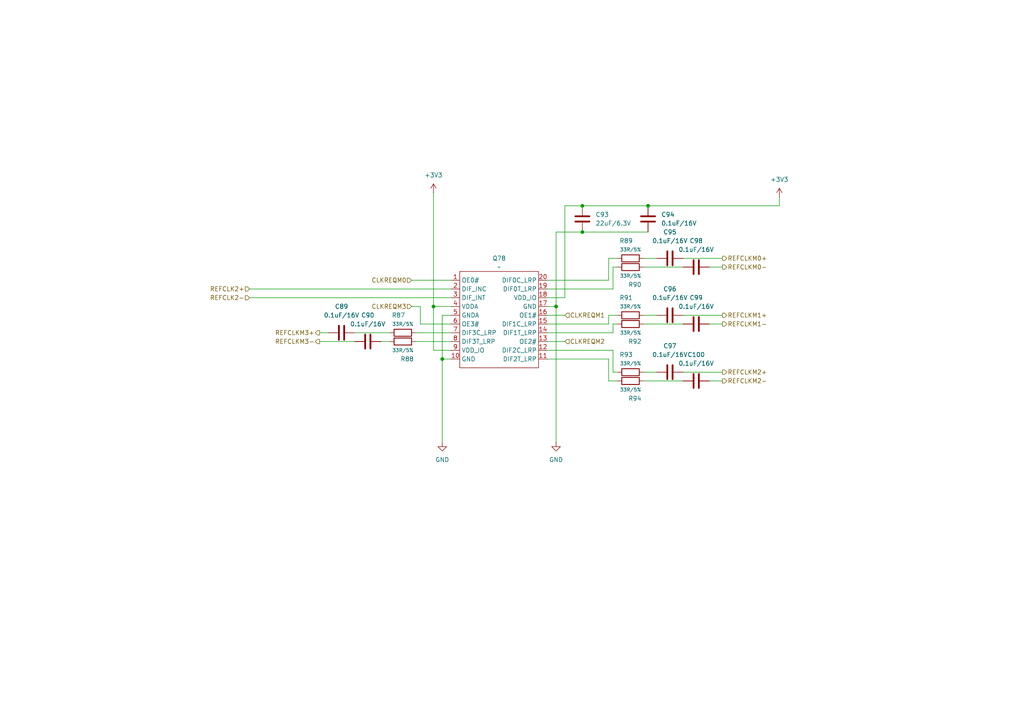
<source format=kicad_sch>
(kicad_sch (version 20231120) (generator "eeschema") (generator_version "8.0")
  (paper "A4")
  (lib_symbols
    (symbol "Device:C" (pin_numbers hide) (pin_names (offset 0.254))
      (property "Reference" "C" (at 0.635 2.54 0))
      (property "Value" "C" (at 0.635 -2.54 0))
      (symbol "C_0_1"
        (polyline (pts (xy -2.032 -0.762) (xy 2.032 -0.762)) (stroke (width 0.508)))
        (polyline (pts (xy -2.032 0.762) (xy 2.032 0.762)) (stroke (width 0.508)))
      )
      (symbol "C_1_1"
        (pin passive line (at 0 3.81 270) (length 2.794) (name "~") (number "1"))
        (pin passive line (at 0 -3.81 90) (length 2.794) (name "~") (number "2"))
      )
    )
    (symbol "Device:R" (pin_numbers hide) (pin_names (offset 0))
      (property "Reference" "R" (at 2.032 0 90))
      (property "Value" "R" (at 0 0 90))
      (symbol "R_0_1"
        (rectangle (start -1.016 -2.54) (end 1.016 2.54) (stroke (width 0.254)))
      )
      (symbol "R_1_1"
        (pin passive line (at 0 3.81 270) (length 1.27) (name "~") (number "1"))
        (pin passive line (at 0 -3.81 90) (length 1.27) (name "~") (number "2"))
      )
    )
    (symbol "User:9DBL411BGLFT"
      (property "Reference" "Q" (at -7.366 13.97 0))
      (symbol "9DBL411BGLFT_0_1"
        (rectangle (start -11.43 12.7) (end 11.43 -15.24))
      )
      (symbol "9DBL411BGLFT_1_1"
        (pin input line (at -13.97 10.16 0) (length 2.54) (name "OE0#") (number "1"))
        (pin power_in line (at -13.97 -12.7 0) (length 2.54) (name "GND") (number "10"))
        (pin output line (at 13.97 -12.7 180) (length 2.54) (name "DIF2T_LRP") (number "11"))
        (pin output line (at 13.97 -10.16 180) (length 2.54) (name "DIF2C_LRP") (number "12"))
        (pin input line (at 13.97 -7.62 180) (length 2.54) (name "OE2#") (number "13"))
        (pin output line (at 13.97 -5.08 180) (length 2.54) (name "DIF1T_LRP") (number "14"))
        (pin output line (at 13.97 -2.54 180) (length 2.54) (name "DIF1C_LRP") (number "15"))
        (pin input line (at 13.97 0 180) (length 2.54) (name "OE1#") (number "16"))
        (pin power_in line (at 13.97 2.54 180) (length 2.54) (name "GND") (number "17"))
        (pin power_in line (at 13.97 5.08 180) (length 2.54) (name "VDD_IO") (number "18"))
        (pin output line (at 13.97 7.62 180) (length 2.54) (name "DIF0T_LRP") (number "19"))
        (pin input line (at -13.97 7.62 0) (length 2.54) (name "DIF_INC") (number "2"))
        (pin output line (at 13.97 10.16 180) (length 2.54) (name "DIF0C_LRP") (number "20"))
        (pin input line (at -13.97 5.08 0) (length 2.54) (name "DIF_INT") (number "3"))
        (pin power_in line (at -13.97 2.54 0) (length 2.54) (name "VDDA") (number "4"))
        (pin power_in line (at -13.97 0 0) (length 2.54) (name "GNDA") (number "5"))
        (pin input line (at -13.97 -2.54 0) (length 2.54) (name "OE3#") (number "6"))
        (pin output line (at -13.97 -5.08 0) (length 2.54) (name "DIF3C_LRP") (number "7"))
        (pin output line (at -13.97 -7.62 0) (length 2.54) (name "DIF3T_LRP") (number "8"))
        (pin power_in line (at -13.97 -10.16 0) (length 2.54) (name "VDD_IO") (number "9"))
      )
    )
    (symbol "power:+3V3" (power) (pin_numbers hide) (pin_names (offset 0) hide)
      (property "Value" "+3V3" (at 0 3.556 0))
      (symbol "+3V3_0_1"
        (polyline (pts (xy -0.762 1.27) (xy 0 2.54)))
        (polyline (pts (xy 0 0) (xy 0 2.54)))
        (polyline (pts (xy 0 2.54) (xy 0.762 1.27)))
      )
      (symbol "+3V3_1_1"
        (pin power_in line (at 0 0 90) (length 0) (name "~") (number "1"))
      )
    )
    (symbol "power:GND" (power) (pin_numbers hide) (pin_names (offset 0) hide)
      (property "Value" "GND" (at 0 -3.81 0))
      (symbol "GND_0_1"
        (polyline (pts (xy 0 0) (xy 0 -1.27) (xy 1.27 -1.27) (xy 0 -2.54) (xy -1.27 -1.27) (xy 0 -1.27)))
      )
      (symbol "GND_1_1"
        (pin power_in line (at 0 0 270) (length 0) (name "~") (number "1"))
      )
    )
  )
  (junction (at 125.73 88.9))
  (junction (at 128.27 104.14))
  (junction (at 168.91 67.31))
  (junction (at 187.96 59.69))
  (junction (at 168.91 59.69))
  (junction (at 161.29 88.9))
  (wire (pts (xy 120.65 99.06) (xy 130.81 99.06)))
  (wire (pts (xy 161.29 67.31) (xy 161.29 88.9)))
  (wire (pts (xy 205.74 77.47) (xy 209.55 77.47)))
  (wire (pts (xy 128.27 91.44) (xy 128.27 104.14)))
  (wire (pts (xy 158.75 99.06) (xy 163.83 99.06)))
  (wire (pts (xy 226.06 59.69) (xy 226.06 57.15)))
  (wire (pts (xy 176.53 81.28) (xy 158.75 81.28)))
  (wire (pts (xy 186.69 110.49) (xy 198.12 110.49)))
  (wire (pts (xy 120.65 96.52) (xy 130.81 96.52)))
  (wire (pts (xy 125.73 101.6) (xy 125.73 88.9)))
  (wire (pts (xy 176.53 74.93) (xy 176.53 81.28)))
  (wire (pts (xy 102.87 96.52) (xy 113.03 96.52)))
  (wire (pts (xy 186.69 107.95) (xy 190.5 107.95)))
  (wire (pts (xy 177.8 96.52) (xy 158.75 96.52)))
  (wire (pts (xy 128.27 91.44) (xy 130.81 91.44)))
  (wire (pts (xy 119.38 81.28) (xy 130.81 81.28)))
  (wire (pts (xy 163.83 59.69) (xy 168.91 59.69)))
  (wire (pts (xy 186.69 93.98) (xy 198.12 93.98)))
  (wire (pts (xy 168.91 67.31) (xy 187.96 67.31)))
  (wire (pts (xy 186.69 91.44) (xy 190.5 91.44)))
  (wire (pts (xy 177.8 107.95) (xy 177.8 101.6)))
  (wire (pts (xy 119.38 88.9) (xy 121.92 88.9)))
  (wire (pts (xy 176.53 110.49) (xy 179.07 110.49)))
  (wire (pts (xy 158.75 86.36) (xy 163.83 86.36)))
  (wire (pts (xy 163.83 86.36) (xy 163.83 59.69)))
  (wire (pts (xy 177.8 77.47) (xy 179.07 77.47)))
  (wire (pts (xy 128.27 104.14) (xy 130.81 104.14)))
  (wire (pts (xy 176.53 91.44) (xy 176.53 93.98)))
  (wire (pts (xy 158.75 88.9) (xy 161.29 88.9)))
  (wire (pts (xy 177.8 83.82) (xy 158.75 83.82)))
  (wire (pts (xy 92.71 96.52) (xy 95.25 96.52)))
  (wire (pts (xy 176.53 93.98) (xy 158.75 93.98)))
  (wire (pts (xy 168.91 59.69) (xy 187.96 59.69)))
  (wire (pts (xy 72.39 83.82) (xy 130.81 83.82)))
  (wire (pts (xy 177.8 93.98) (xy 177.8 96.52)))
  (wire (pts (xy 161.29 67.31) (xy 168.91 67.31)))
  (wire (pts (xy 130.81 101.6) (xy 125.73 101.6)))
  (wire (pts (xy 125.73 88.9) (xy 130.81 88.9)))
  (wire (pts (xy 72.39 86.36) (xy 130.81 86.36)))
  (wire (pts (xy 125.73 55.88) (xy 125.73 88.9)))
  (wire (pts (xy 186.69 74.93) (xy 190.5 74.93)))
  (wire (pts (xy 177.8 101.6) (xy 158.75 101.6)))
  (wire (pts (xy 177.8 107.95) (xy 179.07 107.95)))
  (wire (pts (xy 176.53 104.14) (xy 158.75 104.14)))
  (wire (pts (xy 128.27 104.14) (xy 128.27 128.27)))
  (wire (pts (xy 176.53 74.93) (xy 179.07 74.93)))
  (wire (pts (xy 198.12 74.93) (xy 209.55 74.93)))
  (wire (pts (xy 198.12 91.44) (xy 209.55 91.44)))
  (wire (pts (xy 176.53 110.49) (xy 176.53 104.14)))
  (wire (pts (xy 187.96 59.69) (xy 226.06 59.69)))
  (wire (pts (xy 158.75 91.44) (xy 163.83 91.44)))
  (wire (pts (xy 186.69 77.47) (xy 198.12 77.47)))
  (wire (pts (xy 161.29 88.9) (xy 161.29 128.27)))
  (wire (pts (xy 121.92 93.98) (xy 130.81 93.98)))
  (wire (pts (xy 198.12 107.95) (xy 209.55 107.95)))
  (wire (pts (xy 92.71 99.06) (xy 102.87 99.06)))
  (wire (pts (xy 205.74 93.98) (xy 209.55 93.98)))
  (wire (pts (xy 110.49 99.06) (xy 113.03 99.06)))
  (wire (pts (xy 176.53 91.44) (xy 179.07 91.44)))
  (wire (pts (xy 205.74 110.49) (xy 209.55 110.49)))
  (wire (pts (xy 177.8 93.98) (xy 179.07 93.98)))
  (wire (pts (xy 177.8 77.47) (xy 177.8 83.82)))
  (wire (pts (xy 121.92 88.9) (xy 121.92 93.98)))
  (hierarchical_label "REFCLKM3-" (shape output) (at 92.71 99.06 180))
  (hierarchical_label "REFCLKM0-" (shape output) (at 209.55 77.47 0))
  (hierarchical_label "REFCLKM1-" (shape output) (at 209.55 93.98 0))
  (hierarchical_label "CLKREQM1" (shape input) (at 163.83 91.44 0))
  (hierarchical_label "REFCLKM3+" (shape output) (at 92.71 96.52 180))
  (hierarchical_label "CLKREQM2" (shape input) (at 163.83 99.06 0))
  (hierarchical_label "REFCLKM1+" (shape output) (at 209.55 91.44 0))
  (hierarchical_label "REFCLKM0+" (shape output) (at 209.55 74.93 0))
  (hierarchical_label "CLKREQM0" (shape input) (at 119.38 81.28 180))
  (hierarchical_label "REFCLK2+" (shape input) (at 72.39 83.82 180))
  (hierarchical_label "CLKREQM3" (shape input) (at 119.38 88.9 180))
  (hierarchical_label "REFCLKM2-" (shape output) (at 209.55 110.49 0))
  (hierarchical_label "REFCLKM2+" (shape output) (at 209.55 107.95 0))
  (hierarchical_label "REFCLK2-" (shape input) (at 72.39 86.36 180))
  (symbol (lib_id "Device:R") (at 182.88 110.49 270) (unit 1)
    (property "Reference" "R94" (at 184.15 115.57 90))
    (property "Value" "33R/5%" (at 182.88 113.03 90) (effects (font (size 1 1))))
    (property "Footprint" "A_HDJ_Library:R_0402_1005Metric" (effects (hide yes)))
    (property "Datasheet" "https://wmsc.lcsc.com/wmsc/upload/file/pdf/v2/lcsc/2304140030_YAGEO-RC0402FR-071KL_C106235.pdf" (effects (hide yes)))
    (property "MPN" "RC0402FR-071KL" (effects (hide yes)))
  )
  (symbol (lib_id "Device:C") (at 201.93 110.49 90) (unit 1)
    (property "Reference" "C100" (at 201.93 102.87 90))
    (property "Value" "0.1uF/16V" (at 201.93 105.41 90))
    (property "Footprint" "A_HDJ_Library:C_0402_1005Metric" (effects (hide yes)))
    (property "Datasheet" "https://wmsc.lcsc.com/wmsc/upload/file/pdf/v2/lcsc/1811011928_Walsin-Tech-Corp-0402B104K160CT_C83056.pdf" (effects (hide yes)))
    (property "Description" "Unpolarized capacitor" (effects (hide yes)))
    (property "MPN" "0402B104K160CT" (effects (hide yes)))
  )
  (symbol (lib_id "Device:R") (at 182.88 91.44 90) (unit 1)
    (property "Reference" "R91" (at 181.61 86.36 90))
    (property "Value" "33R/5%" (at 182.88 88.9 90) (effects (font (size 1 1))))
    (property "Footprint" "A_HDJ_Library:R_0402_1005Metric" (effects (hide yes)))
    (property "Datasheet" "https://wmsc.lcsc.com/wmsc/upload/file/pdf/v2/lcsc/2304140030_YAGEO-RC0402FR-071KL_C106235.pdf" (effects (hide yes)))
    (property "MPN" "RC0402FR-071KL" (effects (hide yes)))
  )
  (symbol (lib_id "power:GND") (at 128.27 128.27 0) (unit 1)
    (property "Reference" "#PWR094" (effects (hide yes)))
    (property "Value" "GND" (at 128.27 133.35 0))
  )
  (symbol (lib_id "Device:R") (at 182.88 107.95 90) (unit 1)
    (property "Reference" "R93" (at 181.61 102.87 90))
    (property "Value" "33R/5%" (at 182.88 105.41 90) (effects (font (size 1 1))))
    (property "Footprint" "A_HDJ_Library:R_0402_1005Metric" (effects (hide yes)))
    (property "Datasheet" "https://wmsc.lcsc.com/wmsc/upload/file/pdf/v2/lcsc/2304140030_YAGEO-RC0402FR-071KL_C106235.pdf" (effects (hide yes)))
    (property "MPN" "RC0402FR-071KL" (effects (hide yes)))
  )
  (symbol (lib_id "power:+3V3") (at 125.73 55.88 0) (unit 1)
    (property "Reference" "#PWR083" (effects (hide yes)))
    (property "Value" "+3V3" (at 125.73 50.8 0))
  )
  (symbol (lib_id "Device:R") (at 182.88 93.98 270) (unit 1)
    (property "Reference" "R92" (at 184.15 99.06 90))
    (property "Value" "33R/5%" (at 182.88 96.52 90) (effects (font (size 1 1))))
    (property "Footprint" "A_HDJ_Library:R_0402_1005Metric" (effects (hide yes)))
    (property "Datasheet" "https://wmsc.lcsc.com/wmsc/upload/file/pdf/v2/lcsc/2304140030_YAGEO-RC0402FR-071KL_C106235.pdf" (effects (hide yes)))
    (property "MPN" "RC0402FR-071KL" (effects (hide yes)))
  )
  (symbol (lib_id "Device:C") (at 201.93 93.98 90) (unit 1)
    (property "Reference" "C99" (at 201.93 86.36 90))
    (property "Value" "0.1uF/16V" (at 201.93 88.9 90))
    (property "Footprint" "A_HDJ_Library:C_0402_1005Metric" (effects (hide yes)))
    (property "Datasheet" "https://wmsc.lcsc.com/wmsc/upload/file/pdf/v2/lcsc/1811011928_Walsin-Tech-Corp-0402B104K160CT_C83056.pdf" (effects (hide yes)))
    (property "Description" "Unpolarized capacitor" (effects (hide yes)))
    (property "MPN" "0402B104K160CT" (effects (hide yes)))
  )
  (symbol (lib_id "Device:R") (at 116.84 99.06 270) (unit 1)
    (property "Reference" "R88" (at 118.11 104.14 90))
    (property "Value" "33R/5%" (at 116.84 101.6 90) (effects (font (size 1 1))))
    (property "Footprint" "A_HDJ_Library:R_0402_1005Metric" (effects (hide yes)))
    (property "Datasheet" "https://wmsc.lcsc.com/wmsc/upload/file/pdf/v2/lcsc/2304140030_YAGEO-RC0402FR-071KL_C106235.pdf" (effects (hide yes)))
    (property "MPN" "RC0402FR-071KL" (effects (hide yes)))
  )
  (symbol (lib_id "Device:C") (at 99.06 96.52 90) (unit 1)
    (property "Reference" "C89" (at 99.06 88.9 90))
    (property "Value" "0.1uF/16V" (at 99.06 91.44 90))
    (property "Footprint" "A_HDJ_Library:C_0402_1005Metric" (effects (hide yes)))
    (property "Datasheet" "https://wmsc.lcsc.com/wmsc/upload/file/pdf/v2/lcsc/1811011928_Walsin-Tech-Corp-0402B104K160CT_C83056.pdf" (effects (hide yes)))
    (property "Description" "Unpolarized capacitor" (effects (hide yes)))
    (property "MPN" "0402B104K160CT" (effects (hide yes)))
  )
  (symbol (lib_id "Device:C") (at 201.93 77.47 90) (unit 1)
    (property "Reference" "C98" (at 201.93 69.85 90))
    (property "Value" "0.1uF/16V" (at 201.93 72.39 90))
    (property "Footprint" "A_HDJ_Library:C_0402_1005Metric" (effects (hide yes)))
    (property "Datasheet" "https://wmsc.lcsc.com/wmsc/upload/file/pdf/v2/lcsc/1811011928_Walsin-Tech-Corp-0402B104K160CT_C83056.pdf" (effects (hide yes)))
    (property "Description" "Unpolarized capacitor" (effects (hide yes)))
    (property "MPN" "0402B104K160CT" (effects (hide yes)))
  )
  (symbol (lib_id "Device:C") (at 194.31 91.44 90) (unit 1)
    (property "Reference" "C96" (at 194.31 83.82 90))
    (property "Value" "0.1uF/16V" (at 194.31 86.36 90))
    (property "Footprint" "A_HDJ_Library:C_0402_1005Metric" (effects (hide yes)))
    (property "Datasheet" "https://wmsc.lcsc.com/wmsc/upload/file/pdf/v2/lcsc/1811011928_Walsin-Tech-Corp-0402B104K160CT_C83056.pdf" (effects (hide yes)))
    (property "Description" "Unpolarized capacitor" (effects (hide yes)))
    (property "MPN" "0402B104K160CT" (effects (hide yes)))
  )
  (symbol (lib_id "Device:R") (at 182.88 77.47 270) (unit 1)
    (property "Reference" "R90" (at 184.15 82.55 90))
    (property "Value" "33R/5%" (at 182.88 80.01 90) (effects (font (size 1 1))))
    (property "Footprint" "A_HDJ_Library:R_0402_1005Metric" (effects (hide yes)))
    (property "Datasheet" "https://wmsc.lcsc.com/wmsc/upload/file/pdf/v2/lcsc/2304140030_YAGEO-RC0402FR-071KL_C106235.pdf" (effects (hide yes)))
    (property "MPN" "RC0402FR-071KL" (effects (hide yes)))
  )
  (symbol (lib_id "Device:C") (at 106.68 99.06 90) (unit 1)
    (property "Reference" "C90" (at 106.68 91.44 90))
    (property "Value" "0.1uF/16V" (at 106.68 93.98 90))
    (property "Footprint" "A_HDJ_Library:C_0402_1005Metric" (effects (hide yes)))
    (property "Datasheet" "https://wmsc.lcsc.com/wmsc/upload/file/pdf/v2/lcsc/1811011928_Walsin-Tech-Corp-0402B104K160CT_C83056.pdf" (effects (hide yes)))
    (property "Description" "Unpolarized capacitor" (effects (hide yes)))
    (property "MPN" "0402B104K160CT" (effects (hide yes)))
  )
  (symbol (lib_id "Device:C") (at 194.31 74.93 90) (unit 1)
    (property "Reference" "C95" (at 194.31 67.31 90))
    (property "Value" "0.1uF/16V" (at 194.31 69.85 90))
    (property "Footprint" "A_HDJ_Library:C_0402_1005Metric" (effects (hide yes)))
    (property "Datasheet" "https://wmsc.lcsc.com/wmsc/upload/file/pdf/v2/lcsc/1811011928_Walsin-Tech-Corp-0402B104K160CT_C83056.pdf" (effects (hide yes)))
    (property "Description" "Unpolarized capacitor" (effects (hide yes)))
    (property "MPN" "0402B104K160CT" (effects (hide yes)))
  )
  (symbol (lib_id "Device:C") (at 168.91 63.5 0) (unit 1)
    (property "Reference" "C93" (at 172.72 62.2299 0) (effects (justify left)))
    (property "Value" "22uF/6.3V" (at 172.72 64.7699 0) (effects (justify left)))
    (property "Footprint" "A_HDJ_Library:C_0402_1005Metric" (effects (hide yes)))
    (property "Datasheet" "https://wmsc.lcsc.com/wmsc/upload/file/pdf/v2/lcsc/2309061403_Samsung-Electro-Mechanics-CL05A226MQ5QUNC_C105226.pdf" (effects (hide yes)))
    (property "Description" "Unpolarized capacitor" (effects (hide yes)))
    (property "MPN" "CL05A226MQ5QUNC" (effects (hide yes)))
  )
  (symbol (lib_id "Device:R") (at 182.88 74.93 90) (unit 1)
    (property "Reference" "R89" (at 181.61 69.85 90))
    (property "Value" "33R/5%" (at 182.88 72.39 90) (effects (font (size 1 1))))
    (property "Footprint" "A_HDJ_Library:R_0402_1005Metric" (effects (hide yes)))
    (property "Datasheet" "https://wmsc.lcsc.com/wmsc/upload/file/pdf/v2/lcsc/2304140030_YAGEO-RC0402FR-071KL_C106235.pdf" (effects (hide yes)))
    (property "MPN" "RC0402FR-071KL" (effects (hide yes)))
  )
  (symbol (lib_id "power:GND") (at 161.29 128.27 0) (unit 1)
    (property "Reference" "#PWR0137" (effects (hide yes)))
    (property "Value" "GND" (at 161.29 133.35 0))
  )
  (symbol (lib_id "User:9DBL411BGLFT") (at 144.78 91.44 0) (unit 1)
    (property "Reference" "Q78" (at 144.78 74.93 0))
    (property "Value" "~" (at 144.78 77.47 0))
    (property "Footprint" "Package_SO:TSSOP-20_4.4x6.5mm_P0.65mm" (effects (hide yes)))
    (property "Datasheet" "https://wmsc.lcsc.com/wmsc/upload/file/pdf/v2/lcsc/2304140030_RENESAS-9DBL411BGLFT_C2649348.pdf" (effects (hide yes)))
    (property "MPN" "9DBL411BGLFT" (effects (hide yes)))
  )
  (symbol (lib_id "Device:R") (at 116.84 96.52 90) (unit 1)
    (property "Reference" "R87" (at 115.57 91.44 90))
    (property "Value" "33R/5%" (at 116.84 93.98 90) (effects (font (size 1 1))))
    (property "Footprint" "A_HDJ_Library:R_0402_1005Metric" (effects (hide yes)))
    (property "Datasheet" "https://wmsc.lcsc.com/wmsc/upload/file/pdf/v2/lcsc/2304140030_YAGEO-RC0402FR-071KL_C106235.pdf" (effects (hide yes)))
    (property "MPN" "RC0402FR-071KL" (effects (hide yes)))
  )
  (symbol (lib_id "Device:C") (at 187.96 63.5 0) (unit 1)
    (property "Reference" "C94" (at 191.77 62.2299 0) (effects (justify left)))
    (property "Value" "0.1uF/16V" (at 191.77 64.7699 0) (effects (justify left)))
    (property "Footprint" "A_HDJ_Library:C_0402_1005Metric" (effects (hide yes)))
    (property "Datasheet" "https://wmsc.lcsc.com/wmsc/upload/file/pdf/v2/lcsc/1811011928_Walsin-Tech-Corp-0402B104K160CT_C83056.pdf" (effects (hide yes)))
    (property "Description" "Unpolarized capacitor" (effects (hide yes)))
    (property "MPN" "0402B104K160CT" (effects (hide yes)))
  )
  (symbol (lib_id "power:+3V3") (at 226.06 57.15 0) (unit 1)
    (property "Reference" "#PWR0196" (effects (hide yes)))
    (property "Value" "+3V3" (at 226.06 52.07 0))
  )
  (symbol (lib_id "Device:C") (at 194.31 107.95 90) (unit 1)
    (property "Reference" "C97" (at 194.31 100.33 90))
    (property "Value" "0.1uF/16V" (at 194.31 102.87 90))
    (property "Footprint" "A_HDJ_Library:C_0402_1005Metric" (effects (hide yes)))
    (property "Datasheet" "https://wmsc.lcsc.com/wmsc/upload/file/pdf/v2/lcsc/1811011928_Walsin-Tech-Corp-0402B104K160CT_C83056.pdf" (effects (hide yes)))
    (property "Description" "Unpolarized capacitor" (effects (hide yes)))
    (property "MPN" "0402B104K160CT" (effects (hide yes)))
  )
)
</source>
